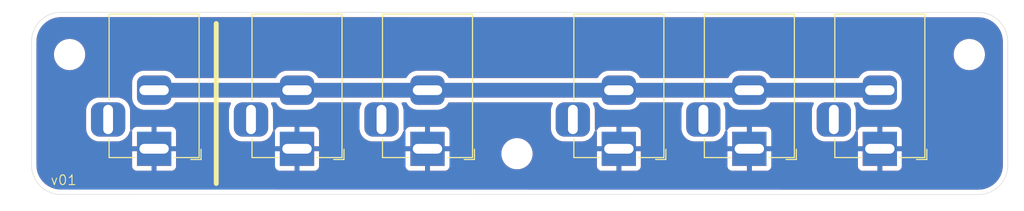
<source format=kicad_pcb>
(kicad_pcb (version 20240108) (generator "pcbnew") (generator_version "8.0")
  (layers (0 "F.Cu" signal) (31 "B.Cu" signal) (34 "B.Paste" user) (35 "F.Paste" user) (36 "B.SilkS" user "B.Silkscreen") (37 "F.SilkS" user "F.Silkscreen") (38 "B.Mask" user) (39 "F.Mask" user) (44 "Edge.Cuts" user))
  (net 0 "")
  (net 1 "GND")
  (net 2 "+12V")
  (footprint "MountingHole:MountingHole_2.7mm_M2.5" (layer "F.Cu") (at 70.104 86.868)
    (property "Reference" "H1" (hide yes))
    (property "Value" "MountingHole" (hide yes))
    (pad "" np_thru_hole circle (at 0 0) (size 2.7 2.7) (drill 2.7) (layers "*.Cu" "*.Mask"))
  )
  (footprint "Connector_BarrelJack:BarrelJack_Horizontal" (layer "F.Cu") (at 126.238 96.52 -90)
    (property "Reference" "J23" (hide yes))
    (property "Value" "Barrel_Jack")
    (fp_line (start -13.8 4.6) (end -13.8 -4.6) (stroke (width 0.12)) (layer "F.SilkS"))
    (fp_line (start -5 4.6) (end -13.8 4.6) (stroke (width 0.12)) (layer "F.SilkS"))
    (fp_line (start 0.9 4.6) (end -1 4.6) (stroke (width 0.12)) (layer "F.SilkS"))
    (fp_line (start 0.9 1.9) (end 0.9 4.6) (stroke (width 0.12)) (layer "F.SilkS"))
    (fp_line (start 1.1 -3.75) (end 1.1 -4.8) (stroke (width 0.12)) (layer "F.SilkS"))
    (fp_line (start -13.8 -4.6) (end 0.9 -4.6) (stroke (width 0.12)) (layer "F.SilkS"))
    (fp_line (start 0.9 -4.6) (end 0.9 -2) (stroke (width 0.12)) (layer "F.SilkS"))
    (fp_line (start 0.05 -4.8) (end 1.1 -4.8) (stroke (width 0.12)) (layer "F.SilkS"))
    (pad "1" thru_hole rect (at 0 0 270) (size 3.5 3.5) (drill oval 1 3) (layers "*.Cu" "*.Mask") (net 1 "GND"))
    (pad "2" thru_hole roundrect (at -6 0 270) (size 3 3.5) (drill oval 1 3) (layers "*.Cu" "*.Mask") (net 2 "+12V"))
    (pad "3" thru_hole roundrect (at -3 4.7 270) (size 3.5 3.5) (drill oval 3 1) (layers "*.Cu" "*.Mask"))
  )
  (footprint "Connector_BarrelJack:BarrelJack_Horizontal" (layer "F.Cu") (at 139.573 96.52 -90)
    (property "Reference" "J24" (hide yes))
    (property "Value" "Barrel_Jack")
    (fp_line (start -13.8 4.6) (end -13.8 -4.6) (stroke (width 0.12)) (layer "F.SilkS"))
    (fp_line (start -5 4.6) (end -13.8 4.6) (stroke (width 0.12)) (layer "F.SilkS"))
    (fp_line (start 0.9 4.6) (end -1 4.6) (stroke (width 0.12)) (layer "F.SilkS"))
    (fp_line (start 0.9 1.9) (end 0.9 4.6) (stroke (width 0.12)) (layer "F.SilkS"))
    (fp_line (start 1.1 -3.75) (end 1.1 -4.8) (stroke (width 0.12)) (layer "F.SilkS"))
    (fp_line (start -13.8 -4.6) (end 0.9 -4.6) (stroke (width 0.12)) (layer "F.SilkS"))
    (fp_line (start 0.9 -4.6) (end 0.9 -2) (stroke (width 0.12)) (layer "F.SilkS"))
    (fp_line (start 0.05 -4.8) (end 1.1 -4.8) (stroke (width 0.12)) (layer "F.SilkS"))
    (pad "1" thru_hole rect (at 0 0 270) (size 3.5 3.5) (drill oval 1 3) (layers "*.Cu" "*.Mask") (net 1 "GND"))
    (pad "2" thru_hole roundrect (at -6 0 270) (size 3 3.5) (drill oval 1 3) (layers "*.Cu" "*.Mask") (net 2 "+12V"))
    (pad "3" thru_hole roundrect (at -3 4.7 270) (size 3.5 3.5) (drill oval 3 1) (layers "*.Cu" "*.Mask"))
  )
  (footprint "Connector_BarrelJack:BarrelJack_Horizontal" (layer "F.Cu") (at 78.74 96.52 -90)
    (property "Reference" "J11" (hide yes))
    (property "Value" "Barrel_Jack")
    (fp_line (start -13.8 4.6) (end -13.8 -4.6) (stroke (width 0.12)) (layer "F.SilkS"))
    (fp_line (start -5 4.6) (end -13.8 4.6) (stroke (width 0.12)) (layer "F.SilkS"))
    (fp_line (start 0.9 4.6) (end -1 4.6) (stroke (width 0.12)) (layer "F.SilkS"))
    (fp_line (start 0.9 1.9) (end 0.9 4.6) (stroke (width 0.12)) (layer "F.SilkS"))
    (fp_line (start 1.1 -3.75) (end 1.1 -4.8) (stroke (width 0.12)) (layer "F.SilkS"))
    (fp_line (start -13.8 -4.6) (end 0.9 -4.6) (stroke (width 0.12)) (layer "F.SilkS"))
    (fp_line (start 0.9 -4.6) (end 0.9 -2) (stroke (width 0.12)) (layer "F.SilkS"))
    (fp_line (start 0.05 -4.8) (end 1.1 -4.8) (stroke (width 0.12)) (layer "F.SilkS"))
    (pad "1" thru_hole rect (at 0 0 270) (size 3.5 3.5) (drill oval 1 3) (layers "*.Cu" "*.Mask") (net 1 "GND"))
    (pad "2" thru_hole roundrect (at -6 0 270) (size 3 3.5) (drill oval 1 3) (layers "*.Cu" "*.Mask") (net 2 "+12V"))
    (pad "3" thru_hole roundrect (at -3 4.7 270) (size 3.5 3.5) (drill oval 3 1) (layers "*.Cu" "*.Mask"))
  )
  (footprint "MountingHole:MountingHole_2.7mm_M2.5" (layer "F.Cu") (at 162.052 86.868)
    (property "Reference" "H3" (hide yes))
    (property "Value" "MountingHole" (hide yes))
    (pad "" np_thru_hole circle (at 0 0) (size 2.7 2.7) (drill 2.7) (layers "*.Cu" "*.Mask"))
  )
  (footprint "MountingHole:MountingHole_2.7mm_M2.5" (layer "F.Cu") (at 115.824 97.028)
    (property "Reference" "H2" (hide yes))
    (property "Value" "MountingHole" (hide yes))
    (pad "" np_thru_hole circle (at 0 0) (size 2.7 2.7) (drill 2.7) (layers "*.Cu" "*.Mask"))
  )
  (footprint "Connector_BarrelJack:BarrelJack_Horizontal" (layer "F.Cu") (at 152.908 96.52 -90)
    (property "Reference" "J25" (hide yes))
    (property "Value" "Barrel_Jack")
    (fp_line (start -13.8 4.6) (end -13.8 -4.6) (stroke (width 0.12)) (layer "F.SilkS"))
    (fp_line (start -5 4.6) (end -13.8 4.6) (stroke (width 0.12)) (layer "F.SilkS"))
    (fp_line (start 0.9 4.6) (end -1 4.6) (stroke (width 0.12)) (layer "F.SilkS"))
    (fp_line (start 0.9 1.9) (end 0.9 4.6) (stroke (width 0.12)) (layer "F.SilkS"))
    (fp_line (start 1.1 -3.75) (end 1.1 -4.8) (stroke (width 0.12)) (layer "F.SilkS"))
    (fp_line (start -13.8 -4.6) (end 0.9 -4.6) (stroke (width 0.12)) (layer "F.SilkS"))
    (fp_line (start 0.9 -4.6) (end 0.9 -2) (stroke (width 0.12)) (layer "F.SilkS"))
    (fp_line (start 0.05 -4.8) (end 1.1 -4.8) (stroke (width 0.12)) (layer "F.SilkS"))
    (pad "1" thru_hole rect (at 0 0 270) (size 3.5 3.5) (drill oval 1 3) (layers "*.Cu" "*.Mask") (net 1 "GND"))
    (pad "2" thru_hole roundrect (at -6 0 270) (size 3 3.5) (drill oval 1 3) (layers "*.Cu" "*.Mask") (net 2 "+12V"))
    (pad "3" thru_hole roundrect (at -3 4.7 270) (size 3.5 3.5) (drill oval 3 1) (layers "*.Cu" "*.Mask"))
  )
  (footprint "Connector_BarrelJack:BarrelJack_Horizontal" (layer "F.Cu") (at 106.68 96.52 -90)
    (property "Reference" "J22" (hide yes))
    (property "Value" "Barrel_Jack")
    (fp_line (start -13.8 4.6) (end -13.8 -4.6) (stroke (width 0.12)) (layer "F.SilkS"))
    (fp_line (start -5 4.6) (end -13.8 4.6) (stroke (width 0.12)) (layer "F.SilkS"))
    (fp_line (start 0.9 4.6) (end -1 4.6) (stroke (width 0.12)) (layer "F.SilkS"))
    (fp_line (start 0.9 1.9) (end 0.9 4.6) (stroke (width 0.12)) (layer "F.SilkS"))
    (fp_line (start 1.1 -3.75) (end 1.1 -4.8) (stroke (width 0.12)) (layer "F.SilkS"))
    (fp_line (start -13.8 -4.6) (end 0.9 -4.6) (stroke (width 0.12)) (layer "F.SilkS"))
    (fp_line (start 0.9 -4.6) (end 0.9 -2) (stroke (width 0.12)) (layer "F.SilkS"))
    (fp_line (start 0.05 -4.8) (end 1.1 -4.8) (stroke (width 0.12)) (layer "F.SilkS"))
    (pad "1" thru_hole rect (at 0 0 270) (size 3.5 3.5) (drill oval 1 3) (layers "*.Cu" "*.Mask") (net 1 "GND"))
    (pad "2" thru_hole roundrect (at -6 0 270) (size 3 3.5) (drill oval 1 3) (layers "*.Cu" "*.Mask") (net 2 "+12V"))
    (pad "3" thru_hole roundrect (at -3 4.7 270) (size 3.5 3.5) (drill oval 3 1) (layers "*.Cu" "*.Mask"))
  )
  (footprint "Connector_BarrelJack:BarrelJack_Horizontal" (layer "F.Cu") (at 93.345 96.52 -90)
    (property "Reference" "J21" (hide yes))
    (property "Value" "Barrel_Jack")
    (fp_line (start -13.8 4.6) (end -13.8 -4.6) (stroke (width 0.12)) (layer "F.SilkS"))
    (fp_line (start -5 4.6) (end -13.8 4.6) (stroke (width 0.12)) (layer "F.SilkS"))
    (fp_line (start 0.9 4.6) (end -1 4.6) (stroke (width 0.12)) (layer "F.SilkS"))
    (fp_line (start 0.9 1.9) (end 0.9 4.6) (stroke (width 0.12)) (layer "F.SilkS"))
    (fp_line (start 1.1 -3.75) (end 1.1 -4.8) (stroke (width 0.12)) (layer "F.SilkS"))
    (fp_line (start -13.8 -4.6) (end 0.9 -4.6) (stroke (width 0.12)) (layer "F.SilkS"))
    (fp_line (start 0.9 -4.6) (end 0.9 -2) (stroke (width 0.12)) (layer "F.SilkS"))
    (fp_line (start 0.05 -4.8) (end 1.1 -4.8) (stroke (width 0.12)) (layer "F.SilkS"))
    (pad "1" thru_hole rect (at 0 0 270) (size 3.5 3.5) (drill oval 1 3) (layers "*.Cu" "*.Mask") (net 1 "GND"))
    (pad "2" thru_hole roundrect (at -6 0 270) (size 3 3.5) (drill oval 1 3) (layers "*.Cu" "*.Mask") (net 2 "+12V"))
    (pad "3" thru_hole roundrect (at -3 4.7 270) (size 3.5 3.5) (drill oval 3 1) (layers "*.Cu" "*.Mask"))
  )
  (gr_line (start 85.09 83.693) (end 85.09 100.076) (stroke (width 0.5)) (layer "F.SilkS"))
  (gr_line (start 165.978673 98.20868) (end 165.978673 85.55) (stroke (width 0.05)) (layer "Edge.Cuts"))
  (gr_arc (start 165.978673 98.20868) (mid 165.1 100.330013) (end 162.978673 101.20868) (stroke (width 0.05)) (layer "Edge.Cuts"))
  (gr_arc (start 69.215 101.19638) (mid 67.093687 100.317699) (end 66.215 98.19638) (stroke (width 0.05)) (layer "Edge.Cuts"))
  (gr_line (start 162.978673 101.20868) (end 69.215 101.19638) (stroke (width 0.05)) (layer "Edge.Cuts"))
  (gr_arc (start 66.215001 85.5377) (mid 67.093681 83.41638) (end 69.215001 82.5377) (stroke (width 0.05)) (layer "Edge.Cuts"))
  (gr_line (start 162.978673 82.55) (end 69.215001 82.5377) (stroke (width 0.05)) (layer "Edge.Cuts"))
  (gr_line (start 66.215001 85.5377) (end 66.215 98.19638) (stroke (width 0.05)) (layer "Edge.Cuts"))
  (gr_arc (start 162.978673 82.55) (mid 165.099993 83.42868) (end 165.978673 85.55) (stroke (width 0.05)) (layer "Edge.Cuts"))
  (gr_text "v01" (at 68.094 100.3177 0) (layer "F.SilkS") (effects (font (size 1 1) (thickness 0.1)) (justify left bottom)))
  (segment (start 79.09 90.52) (end 152.908 90.52) (width 1.5) (layer "F.Cu") (net 2))
  (segment (start 78.74 90.52) (end 152.908 90.52) (width 1.5) (layer "B.Cu") (net 2))
  (zone (net 1) (net_name "GND") (layers "F&B.Cu") (connect_pads (clearance 0.5)) (min_thickness 0.25) (fill yes (thermal_gap 0.5) (thermal_bridge_width 0.5))
    (polygon (pts (xy 62.992 81.28) (xy 167.64 81.28) (xy 167.64 102.87) (xy 62.992 102.87)))
  )
)
</source>
